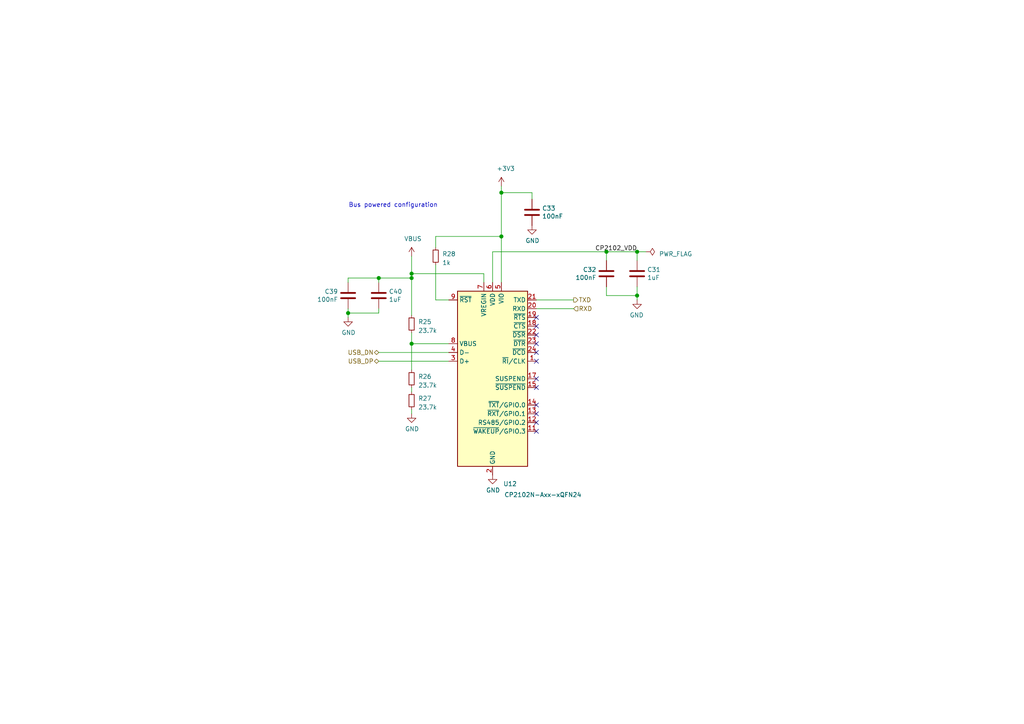
<source format=kicad_sch>
(kicad_sch (version 20210406) (generator eeschema)
  (paper "A4")
  (lib_symbols
    (symbol "Device:C" (pin_numbers hide) (pin_names (offset 0.254))
      (property "Reference" "C" (at 0.635 2.54 0))
      (property "Value" "C" (at 0.635 -2.54 0))
      (symbol "C_0_1"
        (polyline (pts (xy -2.032 -0.762) (xy 2.032 -0.762)) (stroke (width 0.508)))
        (polyline (pts (xy -2.032 0.762) (xy 2.032 0.762)) (stroke (width 0.508)))
      )
      (symbol "C_1_1"
        (pin passive line (at 0 3.81 270) (length 2.794) (name "~") (number "1"))
        (pin passive line (at 0 -3.81 90) (length 2.794) (name "~") (number "2"))
      )
    )
    (symbol "Device:R_Small" (pin_numbers hide) (pin_names (offset 0.254) hide)
      (property "Reference" "R" (at 0.762 0.508 0))
      (property "Value" "R_Small" (at 0.762 -1.016 0))
      (symbol "R_Small_0_1"
        (rectangle (start -0.762 1.778) (end 0.762 -1.778) (stroke (width 0.2032)))
      )
      (symbol "R_Small_1_1"
        (pin passive line (at 0 2.54 270) (length 0.762) (name "~") (number "1"))
        (pin passive line (at 0 -2.54 90) (length 0.762) (name "~") (number "2"))
      )
    )
    (symbol "Interface_USB:CP2102N-Axx-xQFN24"
      (property "Reference" "U" (at -8.89 26.67 0))
      (property "Value" "CP2102N-Axx-xQFN24" (at 13.97 26.67 0))
      (symbol "CP2102N-Axx-xQFN24_0_1"
        (rectangle (start -10.16 25.4) (end 10.16 -25.4) (stroke (width 0.254)) (fill (type background)))
      )
      (symbol "CP2102N-Axx-xQFN24_1_1"
        (pin bidirectional line (at 12.7 5.08 180) (length 2.54) (name "~RI~/CLK") (number "1"))
        (pin no_connect line (at -10.16 -22.86 0) (length 2.54) hide (name "NC") (number "10"))
        (pin bidirectional line (at 12.7 -15.24 180) (length 2.54) (name "~WAKEUP~/GPIO.3") (number "11"))
        (pin bidirectional line (at 12.7 -12.7 180) (length 2.54) (name "RS485/GPIO.2") (number "12"))
        (pin bidirectional line (at 12.7 -10.16 180) (length 2.54) (name "~RXT~/GPIO.1") (number "13"))
        (pin bidirectional line (at 12.7 -7.62 180) (length 2.54) (name "~TXT~/GPIO.0") (number "14"))
        (pin output line (at 12.7 -2.54 180) (length 2.54) (name "~SUSPEND") (number "15"))
        (pin no_connect line (at 10.16 -22.86 180) (length 2.54) hide (name "NC") (number "16"))
        (pin output line (at 12.7 0 180) (length 2.54) (name "SUSPEND") (number "17"))
        (pin input line (at 12.7 15.24 180) (length 2.54) (name "~CTS") (number "18"))
        (pin output line (at 12.7 17.78 180) (length 2.54) (name "~RTS") (number "19"))
        (pin power_in line (at 0 -27.94 90) (length 2.54) (name "GND") (number "2"))
        (pin input line (at 12.7 20.32 180) (length 2.54) (name "RXD") (number "20"))
        (pin output line (at 12.7 22.86 180) (length 2.54) (name "TXD") (number "21"))
        (pin input line (at 12.7 12.7 180) (length 2.54) (name "~DSR") (number "22"))
        (pin output line (at 12.7 10.16 180) (length 2.54) (name "~DTR") (number "23"))
        (pin input line (at 12.7 7.62 180) (length 2.54) (name "~DCD") (number "24"))
        (pin passive line (at 0 -27.94 90) (length 2.54) hide (name "GND") (number "25"))
        (pin bidirectional line (at -12.7 5.08 0) (length 2.54) (name "D+") (number "3"))
        (pin bidirectional line (at -12.7 7.62 0) (length 2.54) (name "D-") (number "4"))
        (pin power_in line (at 2.54 27.94 270) (length 2.54) (name "VIO") (number "5"))
        (pin power_in line (at 0 27.94 270) (length 2.54) (name "VDD") (number "6"))
        (pin power_in line (at -2.54 27.94 270) (length 2.54) (name "VREGIN") (number "7"))
        (pin input line (at -12.7 10.16 0) (length 2.54) (name "VBUS") (number "8"))
        (pin input line (at -12.7 22.86 0) (length 2.54) (name "~RST") (number "9"))
      )
    )
    (symbol "power:+3V3" (power) (pin_names (offset 0))
      (property "Value" "+3V3" (at 0 3.556 0))
      (symbol "+3V3_0_1"
        (polyline (pts (xy -0.762 1.27) (xy 0 2.54)))
        (polyline (pts (xy 0 0) (xy 0 2.54)))
        (polyline (pts (xy 0 2.54) (xy 0.762 1.27)))
      )
      (symbol "+3V3_1_1"
        (pin power_in line (at 0 0 90) (length 0) hide (name "+3V3") (number "1"))
      )
    )
    (symbol "power:GND" (power) (pin_names (offset 0))
      (property "Value" "GND" (at 0 -3.81 0))
      (symbol "GND_0_1"
        (polyline (pts (xy 0 0) (xy 0 -1.27) (xy 1.27 -1.27) (xy 0 -2.54) (xy -1.27 -1.27) (xy 0 -1.27)))
      )
      (symbol "GND_1_1"
        (pin power_in line (at 0 0 270) (length 0) hide (name "GND") (number "1"))
      )
    )
    (symbol "power:PWR_FLAG" (power) (pin_numbers hide) (pin_names (offset 0) hide)
      (property "Value" "PWR_FLAG" (at 0 3.81 0))
      (symbol "PWR_FLAG_0_0"
        (pin power_out line (at 0 0 90) (length 0) (name "pwr") (number "1"))
      )
      (symbol "PWR_FLAG_0_1"
        (polyline (pts (xy 0 0) (xy 0 1.27) (xy -1.016 1.905) (xy 0 2.54) (xy 1.016 1.905) (xy 0 1.27)))
      )
    )
    (symbol "power:VBUS" (power) (pin_names (offset 0))
      (property "Value" "VBUS" (at 0 3.81 0))
      (symbol "VBUS_0_1"
        (polyline (pts (xy -0.762 1.27) (xy 0 2.54)))
        (polyline (pts (xy 0 0) (xy 0 2.54)))
        (polyline (pts (xy 0 2.54) (xy 0.762 1.27)))
      )
      (symbol "VBUS_1_1"
        (pin power_in line (at 0 0 90) (length 0) hide (name "VBUS") (number "1"))
      )
    )
  )
  (junction (at 100.965 90.805) (diameter 1.016))
  (junction (at 109.855 80.645) (diameter 1.016))
  (junction (at 119.38 79.375) (diameter 1.016))
  (junction (at 119.38 80.645) (diameter 1.016))
  (junction (at 119.38 99.695) (diameter 1.016))
  (junction (at 145.415 55.88) (diameter 1.016))
  (junction (at 145.415 68.58) (diameter 1.016))
  (junction (at 175.895 73.025) (diameter 1.016))
  (junction (at 184.785 73.025) (diameter 1.016))
  (junction (at 184.785 85.725) (diameter 1.016))
  (no_connect (at 155.575 92.075))
  (no_connect (at 155.575 94.615))
  (no_connect (at 155.575 97.155))
  (no_connect (at 155.575 99.695))
  (no_connect (at 155.575 102.235))
  (no_connect (at 155.575 104.775))
  (no_connect (at 155.575 109.855))
  (no_connect (at 155.575 112.395))
  (no_connect (at 155.575 117.475))
  (no_connect (at 155.575 120.015))
  (no_connect (at 155.575 122.555))
  (no_connect (at 155.575 125.095))
  (wire (pts (xy 100.965 80.645) (xy 109.855 80.645)))
  (wire (pts (xy 100.965 81.915) (xy 100.965 80.645)))
  (wire (pts (xy 100.965 89.535) (xy 100.965 90.805)))
  (wire (pts (xy 100.965 90.805) (xy 100.965 92.075)))
  (wire (pts (xy 109.855 80.645) (xy 119.38 80.645)))
  (wire (pts (xy 109.855 81.915) (xy 109.855 80.645)))
  (wire (pts (xy 109.855 89.535) (xy 109.855 90.805)))
  (wire (pts (xy 109.855 90.805) (xy 100.965 90.805)))
  (wire (pts (xy 109.855 102.235) (xy 130.175 102.235)))
  (wire (pts (xy 109.855 104.775) (xy 130.175 104.775)))
  (wire (pts (xy 119.38 79.375) (xy 119.38 74.295)))
  (wire (pts (xy 119.38 79.375) (xy 119.38 80.645)))
  (wire (pts (xy 119.38 80.645) (xy 119.38 91.44)))
  (wire (pts (xy 119.38 96.52) (xy 119.38 99.695)))
  (wire (pts (xy 119.38 99.695) (xy 130.175 99.695)))
  (wire (pts (xy 119.38 107.315) (xy 119.38 99.695)))
  (wire (pts (xy 119.38 112.395) (xy 119.38 113.665)))
  (wire (pts (xy 119.38 118.745) (xy 119.38 120.015)))
  (wire (pts (xy 126.365 68.58) (xy 145.415 68.58)))
  (wire (pts (xy 126.365 71.755) (xy 126.365 68.58)))
  (wire (pts (xy 126.365 76.835) (xy 126.365 86.995)))
  (wire (pts (xy 130.175 86.995) (xy 126.365 86.995)))
  (wire (pts (xy 140.335 79.375) (xy 119.38 79.375)))
  (wire (pts (xy 140.335 81.915) (xy 140.335 79.375)))
  (wire (pts (xy 142.875 73.025) (xy 142.875 81.915)))
  (wire (pts (xy 142.875 73.025) (xy 175.895 73.025)))
  (wire (pts (xy 145.415 53.975) (xy 145.415 55.88)))
  (wire (pts (xy 145.415 55.88) (xy 145.415 68.58)))
  (wire (pts (xy 145.415 55.88) (xy 154.305 55.88)))
  (wire (pts (xy 145.415 68.58) (xy 145.415 81.915)))
  (wire (pts (xy 154.305 57.785) (xy 154.305 55.88)))
  (wire (pts (xy 155.575 86.995) (xy 166.37 86.995)))
  (wire (pts (xy 155.575 89.535) (xy 166.37 89.535)))
  (wire (pts (xy 175.895 73.025) (xy 175.895 75.565)))
  (wire (pts (xy 175.895 85.725) (xy 175.895 83.185)))
  (wire (pts (xy 184.785 73.025) (xy 175.895 73.025)))
  (wire (pts (xy 184.785 73.025) (xy 184.785 75.565)))
  (wire (pts (xy 184.785 73.025) (xy 187.325 73.025)))
  (wire (pts (xy 184.785 85.725) (xy 175.895 85.725)))
  (wire (pts (xy 184.785 85.725) (xy 184.785 83.185)))
  (wire (pts (xy 184.785 86.995) (xy 184.785 85.725)))
  (text "Bus powered configuration" (at 127 60.325 180) (effects (font (size 1.27 1.27)) (justify right bottom)))
  (label "CP2102_VDD" (at 184.785 73.025 180))
  (hierarchical_label "USB_DN" (shape bidirectional) (at 109.855 102.235 180))
  (hierarchical_label "USB_DP" (shape bidirectional) (at 109.855 104.775 180))
  (hierarchical_label "TXD" (shape output) (at 166.37 86.995 0))
  (hierarchical_label "RXD" (shape input) (at 166.37 89.535 0))
  (symbol (lib_id "power:VBUS") (at 119.38 74.295 0) (unit 1)
    (property "Reference" "#PWR093" (effects hide))
    (property "Value" "VBUS" (at 119.761 69.2658 0))
  )
  (symbol (lib_id "power:+3V3") (at 145.415 53.975 0) (unit 1)
    (property "Reference" "#PWR095" (effects hide))
    (property "Value" "+3V3" (at 146.685 48.895 0))
  )
  (symbol (lib_id "power:PWR_FLAG") (at 187.325 73.025 270) (unit 1)
    (property "Reference" "#FLG0103" (effects hide))
    (property "Value" "PWR_FLAG" (at 191.135 73.66 90) (effects (justify left)))
  )
  (symbol (lib_id "power:GND") (at 100.965 92.075 0) (unit 1)
    (property "Reference" "#PWR0118" (effects hide))
    (property "Value" "GND" (at 101.092 96.4692 0))
  )
  (symbol (lib_id "power:GND") (at 119.38 120.015 0) (unit 1)
    (property "Reference" "#PWR094" (effects hide))
    (property "Value" "GND" (at 119.507 124.4092 0))
  )
  (symbol (lib_id "power:GND") (at 142.875 137.795 0) (unit 1)
    (property "Reference" "#PWR096" (effects hide))
    (property "Value" "GND" (at 143.002 142.1892 0))
  )
  (symbol (lib_id "power:GND") (at 154.305 65.405 0) (unit 1)
    (property "Reference" "#PWR097" (effects hide))
    (property "Value" "GND" (at 154.432 69.7992 0))
  )
  (symbol (lib_id "power:GND") (at 184.785 86.995 0) (mirror y) (unit 1)
    (property "Reference" "#PWR092" (effects hide))
    (property "Value" "GND" (at 184.658 91.3892 0))
  )
  (symbol (lib_id "Device:R_Small") (at 119.38 93.98 0) (unit 1)
    (property "Reference" "R25" (at 121.285 93.345 0) (effects (justify left)))
    (property "Value" "23.7k" (at 121.285 95.885 0) (effects (justify left)))
    (property "Footprint" "Resistor_SMD:R_0603_1608Metric" (effects hide))
  )
  (symbol (lib_id "Device:R_Small") (at 119.38 109.855 0) (unit 1)
    (property "Reference" "R26" (at 121.285 109.22 0) (effects (justify left)))
    (property "Value" "23.7k" (at 121.285 111.76 0) (effects (justify left)))
    (property "Footprint" "Resistor_SMD:R_0603_1608Metric" (effects hide))
  )
  (symbol (lib_id "Device:R_Small") (at 119.38 116.205 0) (unit 1)
    (property "Reference" "R27" (at 121.285 115.57 0) (effects (justify left)))
    (property "Value" "23.7k" (at 121.285 118.11 0) (effects (justify left)))
    (property "Footprint" "Resistor_SMD:R_0603_1608Metric" (effects hide))
  )
  (symbol (lib_id "Device:R_Small") (at 126.365 74.295 0) (unit 1)
    (property "Reference" "R28" (at 128.27 73.66 0) (effects (justify left)))
    (property "Value" "1k" (at 128.27 76.2 0) (effects (justify left)))
    (property "Footprint" "Resistor_SMD:R_0603_1608Metric" (effects hide))
  )
  (symbol (lib_id "Device:C") (at 100.965 85.725 0) (mirror y) (unit 1)
    (property "Reference" "C39" (at 98.044 84.5566 0) (effects (justify left)))
    (property "Value" "100nF" (at 98.044 86.868 0) (effects (justify left)))
    (property "Footprint" "Capacitor_SMD:C_0603_1608Metric" (effects hide))
  )
  (symbol (lib_id "Device:C") (at 109.855 85.725 0) (unit 1)
    (property "Reference" "C40" (at 112.776 84.5566 0) (effects (justify left)))
    (property "Value" "1uF" (at 112.776 86.868 0) (effects (justify left)))
    (property "Footprint" "Capacitor_SMD:C_0603_1608Metric" (effects hide))
  )
  (symbol (lib_id "Device:C") (at 154.305 61.595 0) (unit 1)
    (property "Reference" "C33" (at 157.226 60.4266 0) (effects (justify left)))
    (property "Value" "100nF" (at 157.226 62.738 0) (effects (justify left)))
    (property "Footprint" "Capacitor_SMD:C_0603_1608Metric" (effects hide))
  )
  (symbol (lib_id "Device:C") (at 175.895 79.375 0) (mirror y) (unit 1)
    (property "Reference" "C32" (at 172.974 78.2066 0) (effects (justify left)))
    (property "Value" "100nF" (at 172.974 80.518 0) (effects (justify left)))
    (property "Footprint" "Capacitor_SMD:C_0603_1608Metric" (effects hide))
  )
  (symbol (lib_id "Device:C") (at 184.785 79.375 0) (unit 1)
    (property "Reference" "C31" (at 187.706 78.2066 0) (effects (justify left)))
    (property "Value" "1uF" (at 187.706 80.518 0) (effects (justify left)))
    (property "Footprint" "Capacitor_SMD:C_0603_1608Metric" (effects hide))
  )
  (symbol (lib_id "Interface_USB:CP2102N-Axx-xQFN24") (at 142.875 109.855 0) (unit 1)
    (property "Reference" "U12" (at 147.955 140.335 0))
    (property "Value" "CP2102N-Axx-xQFN24" (at 157.48 143.51 0))
    (property "Footprint" "Package_DFN_QFN:QFN-24-1EP_4x4mm_P0.5mm_EP2.6x2.6mm" (effects hide))
    (property "Datasheet" "https://www.silabs.com/documents/public/data-sheets/cp2102n-datasheet.pdf" (effects hide))
  )
)
</source>
